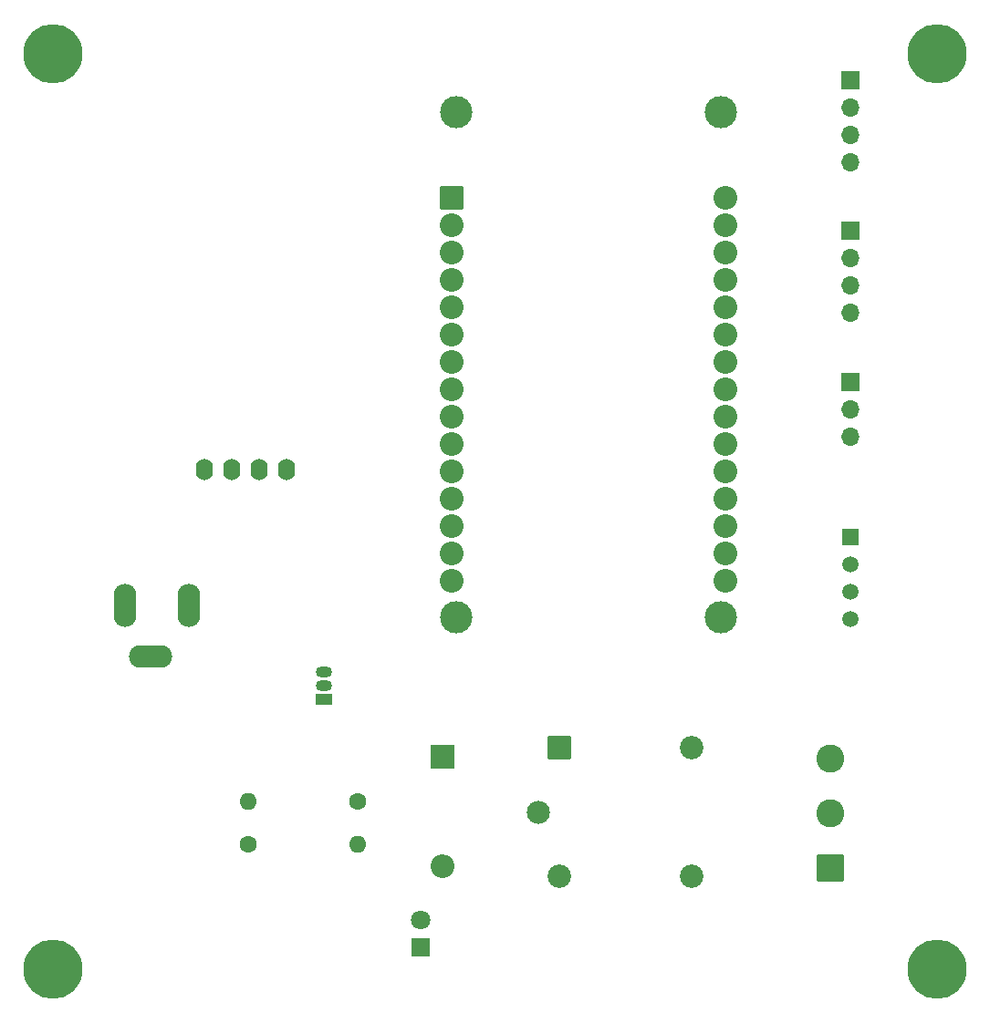
<source format=gbr>
%TF.GenerationSoftware,KiCad,Pcbnew,9.0.0*%
%TF.CreationDate,2025-04-25T09:10:44+07:00*%
%TF.ProjectId,Final_Project_PCB,46696e61-6c5f-4507-926f-6a6563745f50,rev?*%
%TF.SameCoordinates,Original*%
%TF.FileFunction,Soldermask,Top*%
%TF.FilePolarity,Negative*%
%FSLAX46Y46*%
G04 Gerber Fmt 4.6, Leading zero omitted, Abs format (unit mm)*
G04 Created by KiCad (PCBNEW 9.0.0) date 2025-04-25 09:10:44*
%MOMM*%
%LPD*%
G01*
G04 APERTURE LIST*
G04 Aperture macros list*
%AMRoundRect*
0 Rectangle with rounded corners*
0 $1 Rounding radius*
0 $2 $3 $4 $5 $6 $7 $8 $9 X,Y pos of 4 corners*
0 Add a 4 corners polygon primitive as box body*
4,1,4,$2,$3,$4,$5,$6,$7,$8,$9,$2,$3,0*
0 Add four circle primitives for the rounded corners*
1,1,$1+$1,$2,$3*
1,1,$1+$1,$4,$5*
1,1,$1+$1,$6,$7*
1,1,$1+$1,$8,$9*
0 Add four rect primitives between the rounded corners*
20,1,$1+$1,$2,$3,$4,$5,0*
20,1,$1+$1,$4,$5,$6,$7,0*
20,1,$1+$1,$6,$7,$8,$9,0*
20,1,$1+$1,$8,$9,$2,$3,0*%
G04 Aperture macros list end*
%ADD10C,5.500000*%
%ADD11R,1.500000X1.050000*%
%ADD12O,1.500000X1.050000*%
%ADD13R,2.200000X2.200000*%
%ADD14O,2.200000X2.200000*%
%ADD15R,1.800000X1.800000*%
%ADD16C,1.800000*%
%ADD17RoundRect,0.250000X1.050000X-1.050000X1.050000X1.050000X-1.050000X1.050000X-1.050000X-1.050000X0*%
%ADD18C,2.600000*%
%ADD19R,1.700000X1.700000*%
%ADD20O,1.700000X1.700000*%
%ADD21RoundRect,0.102000X-0.990000X-0.990000X0.990000X-0.990000X0.990000X0.990000X-0.990000X0.990000X0*%
%ADD22C,2.184000*%
%ADD23C,2.139000*%
%ADD24C,1.600000*%
%ADD25O,1.600000X1.600000*%
%ADD26R,1.500000X1.500000*%
%ADD27C,1.500000*%
%ADD28O,2.104000X4.004000*%
%ADD29O,4.004000X2.104000*%
%ADD30O,1.600000X2.000000*%
%ADD31C,3.000000*%
%ADD32RoundRect,0.102000X-1.000000X-1.000000X1.000000X-1.000000X1.000000X1.000000X-1.000000X1.000000X0*%
%ADD33C,2.204000*%
G04 APERTURE END LIST*
D10*
%TO.C,H3*%
X154000000Y-124000000D03*
%TD*%
D11*
%TO.C,Q1*%
X179100000Y-98960000D03*
D12*
X179100000Y-97690000D03*
X179100000Y-96420000D03*
%TD*%
D13*
%TO.C,D1*%
X190100000Y-104260000D03*
D14*
X190100000Y-114420000D03*
%TD*%
D15*
%TO.C,D2*%
X188100000Y-121960000D03*
D16*
X188100000Y-119420000D03*
%TD*%
D10*
%TO.C,H4*%
X154000000Y-39000000D03*
%TD*%
%TO.C,H1*%
X236000000Y-39000000D03*
%TD*%
D17*
%TO.C,J1*%
X226100000Y-114580000D03*
D18*
X226100000Y-109500000D03*
X226100000Y-104420000D03*
%TD*%
D19*
%TO.C,J3*%
X228000000Y-41460000D03*
D20*
X228000000Y-44000000D03*
X228000000Y-46540000D03*
X228000000Y-49080000D03*
%TD*%
D21*
%TO.C,K1*%
X201000000Y-103420000D03*
D22*
X201000000Y-115420000D03*
D23*
X199000000Y-109420000D03*
D22*
X213200000Y-103420000D03*
X213200000Y-115420000D03*
%TD*%
D19*
%TO.C,J4*%
X228000000Y-69460000D03*
D20*
X228000000Y-72000000D03*
X228000000Y-74540000D03*
%TD*%
D24*
%TO.C,R1*%
X182260000Y-108420000D03*
D25*
X172100000Y-108420000D03*
%TD*%
D26*
%TO.C,U2*%
X228000000Y-83880000D03*
D27*
X228000000Y-86420000D03*
X228000000Y-88960000D03*
X228000000Y-91500000D03*
%TD*%
D10*
%TO.C,H2*%
X236000000Y-124000000D03*
%TD*%
D24*
%TO.C,R2*%
X172100000Y-112420000D03*
D25*
X182260000Y-112420000D03*
%TD*%
D19*
%TO.C,J2*%
X228000000Y-55420000D03*
D20*
X228000000Y-57960000D03*
X228000000Y-60500000D03*
X228000000Y-63040000D03*
%TD*%
D28*
%TO.C,J5*%
X166600000Y-90270000D03*
X160670000Y-90270000D03*
D29*
X163000000Y-95000000D03*
%TD*%
D30*
%TO.C,Brd1*%
X175620000Y-77600000D03*
X173080000Y-77600000D03*
X170540000Y-77600000D03*
X168000000Y-77600000D03*
%TD*%
D31*
%TO.C,U1*%
X191420000Y-44420000D03*
X191420000Y-91370000D03*
X215930000Y-44420000D03*
X215930000Y-91370000D03*
D32*
X191000000Y-52380000D03*
D33*
X191000000Y-54920000D03*
X191000000Y-57460000D03*
X191000000Y-60000000D03*
X191000000Y-62540000D03*
X191000000Y-65080000D03*
X191000000Y-67620000D03*
X191000000Y-70160000D03*
X191000000Y-72700000D03*
X191000000Y-75240000D03*
X191000000Y-77780000D03*
X191000000Y-80320000D03*
X191000000Y-82860000D03*
X191000000Y-85400000D03*
X191000000Y-87940000D03*
X216400000Y-87940000D03*
X216400000Y-85400000D03*
X216400000Y-82860000D03*
X216400000Y-80320000D03*
X216400000Y-77780000D03*
X216400000Y-75240000D03*
X216400000Y-72700000D03*
X216400000Y-70160000D03*
X216400000Y-67620000D03*
X216400000Y-65080000D03*
X216400000Y-62540000D03*
X216400000Y-60000000D03*
X216400000Y-57460000D03*
X216400000Y-54920000D03*
X216400000Y-52380000D03*
%TD*%
M02*

</source>
